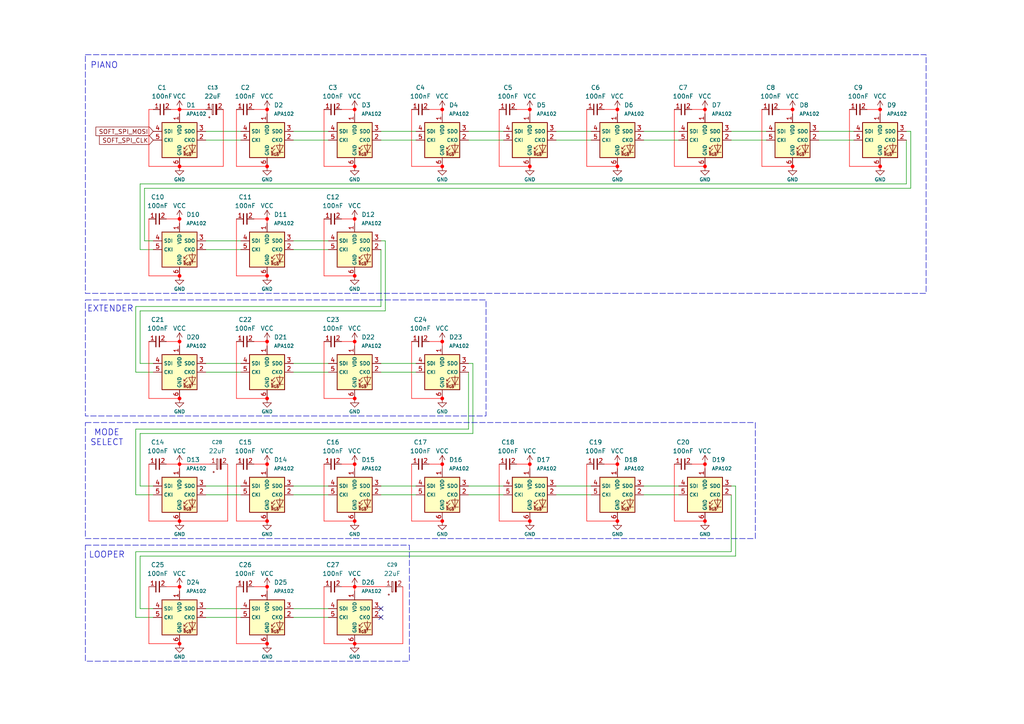
<source format=kicad_sch>
(kicad_sch (version 20250114) (generator "eeschema") (generator_version "9.0")
  (paper "A4")
  (lib_symbols
    (symbol "Symbols:APA102 LED"
      (property "Reference" "D" (at 2.032 8.636 0))
      (property "Value" "APA102" (at 4.318 6.604 0))
      (symbol "APA102 LED_0_0"
        (text "RGB" (at 2.286 -4.191 0) (effects (font (size 0.762 0.762))))
      )
      (symbol "APA102 LED_0_1"
        (rectangle (start -5.08 5.08) (end 5.08 -5.08) (stroke (width 0.254)) (fill (type background)))
        (polyline (pts (xy 1.27 -2.54) (xy 1.778 -2.54)))
        (polyline (pts (xy 1.27 -3.556) (xy 1.778 -3.556)))
        (polyline (pts (xy 2.286 -1.524) (xy 1.27 -2.54) (xy 1.27 -2.032)))
        (polyline (pts (xy 2.286 -2.54) (xy 1.27 -3.556) (xy 1.27 -3.048)))
        (polyline (pts (xy 3.683 -1.016) (xy 3.683 -3.556) (xy 3.683 -4.064)))
        (polyline (pts (xy 4.699 -1.524) (xy 2.667 -1.524) (xy 3.683 -3.556) (xy 4.699 -1.524)))
        (polyline (pts (xy 4.699 -3.556) (xy 2.667 -3.556)))
      )
      (symbol "APA102 LED_1_1"
        (pin input line (at -7.62 2.54 0) (length 2.54) (name "SDI") (number "4"))
        (pin input line (at -7.62 0 0) (length 2.54) (name "CKI") (number "5"))
        (pin power_in line (at 0 7.62 270) (length 2.54) (name "VDD") (number "1"))
        (pin power_in line (at 0 -7.62 90) (length 2.54) (name "GND") (number "6"))
        (pin output line (at 7.62 2.54 180) (length 2.54) (name "SDO") (number "3"))
        (pin output line (at 7.62 0 180) (length 2.54) (name "CKO") (number "2"))
      )
    )
    (symbol "Symbols:Capacitor 0603"
      (property "Reference" "C" (at -3.048 0 90))
      (symbol "Capacitor 0603_0_1"
        (polyline (pts (xy -1.524 0.508) (xy 1.524 0.508)) (stroke (width 0.3048)))
        (polyline (pts (xy -1.524 -0.508) (xy 1.524 -0.508)) (stroke (width 0.3302)))
      )
      (symbol "Capacitor 0603_1_1"
        (pin passive line (at 0 2.54 270) (length 2.032) (name "~") (number "1"))
        (pin passive line (at 0 -2.54 90) (length 2.032) (name "~") (number "2"))
      )
    )
    (symbol "Symbols:Capacitor Electrolytic"
      (property "Reference" "C" (at -3.302 0 90))
      (symbol "Capacitor Electrolytic_0_1"
        (polyline (pts (xy -2.54 1.524) (xy -2.032 1.524)))
        (polyline (pts (xy -2.286 1.27) (xy -2.286 1.778)))
        (rectangle (start -1.524 0.6858) (end 1.524 0.3048))
        (rectangle (start -1.524 -0.3048) (end 1.524 -0.6858) (fill (type outline)))
      )
      (symbol "Capacitor Electrolytic_1_1"
        (pin passive line (at 0 2.54 270) (length 1.8542) (name "~") (number "1"))
        (pin passive line (at 0 -2.54 90) (length 1.8542) (name "~") (number "2"))
      )
    )
    (symbol "Symbols:GND" (power) (pin_numbers (hide yes)) (pin_names (hide yes))
      (property "Value" "GND" (at 0 -3.302 0))
      (symbol "GND_0_1"
        (polyline (pts (xy 0 0) (xy 0 -1.27) (xy 1.27 -1.27) (xy 0 -2.54) (xy -1.27 -1.27) (xy 0 -1.27)))
      )
      (symbol "GND_1_1"
        (pin power_in line (at 0 0 270) (length 0) (name "~") (number ""))
      )
    )
    (symbol "Symbols:VCC" (power) (pin_numbers (hide yes)) (pin_names (hide yes))
      (property "Value" "VCC" (at 0 3.81 0))
      (symbol "VCC_0_1"
        (polyline (pts (xy -0.762 1.27) (xy 0 2.54)))
        (polyline (pts (xy 0 2.54) (xy 0.762 1.27)))
        (polyline (pts (xy 0 0) (xy 0 2.54)))
      )
      (symbol "VCC_1_1"
        (pin power_in line (at 0 0 90) (length 0) (name "~") (number ""))
      )
    )
  )
  (rectangle (start 24.765 86.995) (end 140.97 120.65) (stroke (width 0) (type dash)))
  (rectangle (start 24.765 15.875) (end 268.605 85.09) (stroke (width 0) (type dash)))
  (rectangle (start 24.765 122.555) (end 219.075 156.21) (stroke (width 0) (type dash)))
  (rectangle (start 24.765 158.115) (end 118.745 191.77) (stroke (width 0) (type dash)))
  (text "MODE\nSELECT" (at 30.988 127 0) (effects (font (size 1.778 1.778))))
  (text "EXTENDER" (at 32.004 89.662 0) (effects (font (size 1.778 1.778))))
  (text "LOOPER\n" (at 30.988 161.036 0) (effects (font (size 1.778 1.778))))
  (text "PIANO" (at 30.226 19.05 0) (effects (font (size 1.778 1.778))))
  (junction (at 102.87 80.01) (color 255 0 0 1))
  (junction (at 102.87 31.75) (color 255 0 0 1))
  (junction (at 204.47 31.75) (color 255 0 0 1))
  (junction (at 77.47 48.26) (color 255 0 0 1))
  (junction (at 128.27 99.06) (color 255 0 0 1))
  (junction (at 52.07 170.18) (color 255 0 0 1))
  (junction (at 128.27 31.75) (color 255 0 0 1))
  (junction (at 204.47 134.62) (color 255 0 0 1))
  (junction (at 153.67 134.62) (color 255 0 0 1))
  (junction (at 179.07 48.26) (color 255 0 0 1))
  (junction (at 229.87 48.26) (color 255 0 0 1))
  (junction (at 52.07 31.75) (color 255 0 0 1))
  (junction (at 52.07 48.26) (color 255 0 0 1))
  (junction (at 102.87 151.13) (color 255 0 0 1))
  (junction (at 255.27 48.26) (color 255 0 0 1))
  (junction (at 77.47 115.57) (color 255 0 0 1))
  (junction (at 255.27 31.75) (color 255 0 0 1))
  (junction (at 153.67 48.26) (color 255 0 0 1))
  (junction (at 77.47 31.75) (color 255 0 0 1))
  (junction (at 179.07 31.75) (color 255 0 0 1))
  (junction (at 153.67 31.75) (color 255 0 0 1))
  (junction (at 204.47 151.13) (color 255 0 0 1))
  (junction (at 52.07 115.57) (color 255 0 0 1))
  (junction (at 204.47 48.26) (color 255 0 0 1))
  (junction (at 102.87 115.57) (color 255 0 0 1))
  (junction (at 128.27 115.57) (color 255 0 0 1))
  (junction (at 128.27 151.13) (color 255 0 0 1))
  (junction (at 179.07 151.13) (color 255 0 0 1))
  (junction (at 77.47 99.06) (color 255 0 0 1))
  (junction (at 77.47 134.62) (color 255 0 0 1))
  (junction (at 128.27 134.62) (color 255 0 0 1))
  (junction (at 52.07 186.69) (color 255 0 0 1))
  (junction (at 77.47 186.69) (color 255 0 0 1))
  (junction (at 52.07 99.06) (color 255 0 0 1))
  (junction (at 52.07 151.13) (color 255 0 0 1))
  (junction (at 77.47 63.5) (color 255 0 0 1))
  (junction (at 153.67 151.13) (color 255 0 0 1))
  (junction (at 102.87 48.26) (color 255 0 0 1))
  (junction (at 77.47 170.18) (color 255 0 0 1))
  (junction (at 102.87 186.69) (color 255 0 0 1))
  (junction (at 52.07 134.62) (color 255 0 0 1))
  (junction (at 229.87 31.75) (color 255 0 0 1))
  (junction (at 102.87 63.5) (color 255 0 0 1))
  (junction (at 102.87 99.06) (color 255 0 0 1))
  (junction (at 102.87 134.62) (color 255 0 0 1))
  (junction (at 128.27 48.26) (color 255 0 0 1))
  (junction (at 52.07 80.01) (color 255 0 0 1))
  (junction (at 179.07 134.62) (color 255 0 0 1))
  (junction (at 102.87 170.18) (color 255 0 0 1))
  (junction (at 77.47 80.01) (color 255 0 0 1))
  (junction (at 77.47 151.13) (color 255 0 0 1))
  (junction (at 52.07 63.5) (color 255 0 0 1))
  (no_connect (at 110.49 176.53))
  (no_connect (at 110.49 179.07))
  (wire (pts (xy 179.07 31.75) (xy 175.26 31.75)) (stroke (width 0) (color 255 0 0 1)))
  (wire (pts (xy 264.16 38.1) (xy 262.89 38.1)))
  (wire (pts (xy 116.84 186.69) (xy 116.84 170.18)) (stroke (width 0) (color 255 0 0 1)))
  (wire (pts (xy 179.07 135.89) (xy 179.07 134.62)) (stroke (width 0) (color 255 0 0 1)))
  (wire (pts (xy 77.47 100.33) (xy 77.47 99.06)) (stroke (width 0) (color 255 0 0 1)))
  (wire (pts (xy 64.77 48.26) (xy 64.77 31.75)) (stroke (width 0) (color 255 0 0 1)))
  (wire (pts (xy 59.69 176.53) (xy 69.85 176.53)))
  (wire (pts (xy 204.47 134.62) (xy 200.66 134.62)) (stroke (width 0) (color 255 0 0 1)))
  (wire (pts (xy 43.18 31.75) (xy 44.45 31.75)) (stroke (width 0) (color 255 0 0 1)))
  (wire (pts (xy 52.07 100.33) (xy 52.07 99.06)) (stroke (width 0) (color 255 0 0 1)))
  (wire (pts (xy 68.58 80.01) (xy 77.47 80.01)) (stroke (width 0) (color 255 0 0 1)))
  (wire (pts (xy 40.64 72.39) (xy 44.45 72.39)))
  (wire (pts (xy 186.69 143.51) (xy 196.85 143.51)))
  (wire (pts (xy 77.47 64.77) (xy 77.47 63.5)) (stroke (width 0) (color 255 0 0 1)))
  (wire (pts (xy 128.27 33.02) (xy 128.27 31.75)) (stroke (width 0) (color 255 0 0 1)))
  (wire (pts (xy 144.78 31.75) (xy 144.78 48.26)) (stroke (width 0) (color 255 0 0 1)))
  (wire (pts (xy 59.69 143.51) (xy 69.85 143.51)))
  (wire (pts (xy 40.64 125.73) (xy 40.64 140.97)))
  (wire (pts (xy 102.87 134.62) (xy 99.06 134.62)) (stroke (width 0) (color 255 0 0 1)))
  (wire (pts (xy 85.09 179.07) (xy 95.25 179.07)))
  (wire (pts (xy 77.47 33.02) (xy 77.47 31.75)) (stroke (width 0) (color 255 0 0 1)))
  (wire (pts (xy 229.87 33.02) (xy 229.87 31.75)) (stroke (width 0) (color 255 0 0 1)))
  (wire (pts (xy 93.98 80.01) (xy 102.87 80.01)) (stroke (width 0) (color 255 0 0 1)))
  (wire (pts (xy 77.47 171.45) (xy 77.47 170.18)) (stroke (width 0) (color 255 0 0 1)))
  (wire (pts (xy 43.18 151.13) (xy 52.07 151.13)) (stroke (width 0) (color 255 0 0 1)))
  (wire (pts (xy 128.27 99.06) (xy 124.46 99.06)) (stroke (width 0) (color 255 0 0 1)))
  (wire (pts (xy 144.78 48.26) (xy 153.67 48.26)) (stroke (width 0) (color 255 0 0 1)))
  (wire (pts (xy 68.58 151.13) (xy 77.47 151.13)) (stroke (width 0) (color 255 0 0 1)))
  (wire (pts (xy 110.49 143.51) (xy 120.65 143.51)))
  (wire (pts (xy 102.87 63.5) (xy 99.06 63.5)) (stroke (width 0) (color 255 0 0 1)))
  (wire (pts (xy 66.04 151.13) (xy 66.04 134.62)) (stroke (width 0) (color 255 0 0 1)))
  (wire (pts (xy 102.87 170.18) (xy 111.76 170.18)) (stroke (width 0) (color 255 0 0 1)))
  (wire (pts (xy 195.58 31.75) (xy 195.58 48.26)) (stroke (width 0) (color 255 0 0 1)))
  (wire (pts (xy 93.98 31.75) (xy 93.98 48.26)) (stroke (width 0) (color 255 0 0 1)))
  (wire (pts (xy 128.27 31.75) (xy 124.46 31.75)) (stroke (width 0) (color 255 0 0 1)))
  (wire (pts (xy 144.78 134.62) (xy 144.78 151.13)) (stroke (width 0) (color 255 0 0 1)))
  (wire (pts (xy 85.09 140.97) (xy 95.25 140.97)))
  (wire (pts (xy 59.69 38.1) (xy 69.85 38.1)))
  (wire (pts (xy 52.07 170.18) (xy 48.26 170.18)) (stroke (width 0) (color 255 0 0 1)))
  (wire (pts (xy 179.07 33.02) (xy 179.07 31.75)) (stroke (width 0) (color 255 0 0 1)))
  (wire (pts (xy 77.47 31.75) (xy 73.66 31.75)) (stroke (width 0) (color 255 0 0 1)))
  (wire (pts (xy 39.37 160.02) (xy 39.37 179.07)))
  (wire (pts (xy 52.07 99.06) (xy 48.26 99.06)) (stroke (width 0) (color 255 0 0 1)))
  (wire (pts (xy 52.07 31.75) (xy 52.07 33.02)) (stroke (width 0) (color 255 0 0 1)))
  (wire (pts (xy 40.64 161.29) (xy 213.36 161.29)))
  (wire (pts (xy 93.98 151.13) (xy 102.87 151.13)) (stroke (width 0) (color 255 0 0 1)))
  (wire (pts (xy 77.47 135.89) (xy 77.47 134.62)) (stroke (width 0) (color 255 0 0 1)))
  (wire (pts (xy 153.67 31.75) (xy 149.86 31.75)) (stroke (width 0) (color 255 0 0 1)))
  (wire (pts (xy 220.98 31.75) (xy 220.98 48.26)) (stroke (width 0) (color 255 0 0 1)))
  (wire (pts (xy 44.45 69.85) (xy 41.91 69.85)))
  (wire (pts (xy 85.09 38.1) (xy 95.25 38.1)))
  (wire (pts (xy 246.38 31.75) (xy 246.38 48.26)) (stroke (width 0) (color 255 0 0 1)))
  (wire (pts (xy 59.69 179.07) (xy 69.85 179.07)))
  (wire (pts (xy 119.38 48.26) (xy 128.27 48.26)) (stroke (width 0) (color 255 0 0 1)))
  (wire (pts (xy 102.87 100.33) (xy 102.87 99.06)) (stroke (width 0) (color 255 0 0 1)))
  (wire (pts (xy 93.98 115.57) (xy 102.87 115.57)) (stroke (width 0) (color 255 0 0 1)))
  (wire (pts (xy 212.09 160.02) (xy 212.09 143.51)))
  (wire (pts (xy 119.38 134.62) (xy 119.38 151.13)) (stroke (width 0) (color 255 0 0 1)))
  (wire (pts (xy 237.49 40.64) (xy 247.65 40.64)))
  (wire (pts (xy 102.87 33.02) (xy 102.87 31.75)) (stroke (width 0) (color 255 0 0 1)))
  (wire (pts (xy 144.78 151.13) (xy 153.67 151.13)) (stroke (width 0) (color 255 0 0 1)))
  (wire (pts (xy 102.87 171.45) (xy 102.87 170.18)) (stroke (width 0) (color 255 0 0 1)))
  (wire (pts (xy 110.49 72.39) (xy 110.49 88.9)))
  (wire (pts (xy 119.38 31.75) (xy 119.38 48.26)) (stroke (width 0) (color 255 0 0 1)))
  (wire (pts (xy 213.36 140.97) (xy 213.36 161.29)))
  (wire (pts (xy 262.89 40.64) (xy 262.89 53.34)))
  (wire (pts (xy 135.89 124.46) (xy 135.89 107.95)))
  (wire (pts (xy 102.87 31.75) (xy 99.06 31.75)) (stroke (width 0) (color 255 0 0 1)))
  (wire (pts (xy 212.09 38.1) (xy 222.25 38.1)))
  (wire (pts (xy 186.69 40.64) (xy 196.85 40.64)))
  (wire (pts (xy 264.16 54.61) (xy 264.16 38.1)))
  (wire (pts (xy 40.64 90.17) (xy 111.76 90.17)))
  (wire (pts (xy 170.18 151.13) (xy 179.07 151.13)) (stroke (width 0) (color 255 0 0 1)))
  (wire (pts (xy 52.07 171.45) (xy 52.07 170.18)) (stroke (width 0) (color 255 0 0 1)))
  (wire (pts (xy 40.64 105.41) (xy 44.45 105.41)))
  (wire (pts (xy 255.27 31.75) (xy 251.46 31.75)) (stroke (width 0) (color 255 0 0 1)))
  (wire (pts (xy 237.49 38.1) (xy 247.65 38.1)))
  (wire (pts (xy 195.58 134.62) (xy 195.58 151.13)) (stroke (width 0) (color 255 0 0 1)))
  (wire (pts (xy 246.38 48.26) (xy 255.27 48.26)) (stroke (width 0) (color 255 0 0 1)))
  (wire (pts (xy 135.89 143.51) (xy 146.05 143.51)))
  (wire (pts (xy 43.18 134.62) (xy 43.18 151.13)) (stroke (width 0) (color 255 0 0 1)))
  (wire (pts (xy 68.58 31.75) (xy 68.58 48.26)) (stroke (width 0) (color 255 0 0 1)))
  (wire (pts (xy 52.07 64.77) (xy 52.07 63.5)) (stroke (width 0) (color 255 0 0 1)))
  (wire (pts (xy 68.58 170.18) (xy 68.58 186.69)) (stroke (width 0) (color 255 0 0 1)))
  (wire (pts (xy 262.89 53.34) (xy 40.64 53.34)))
  (wire (pts (xy 93.98 134.62) (xy 93.98 151.13)) (stroke (width 0) (color 255 0 0 1)))
  (wire (pts (xy 77.47 63.5) (xy 73.66 63.5)) (stroke (width 0) (color 255 0 0 1)))
  (wire (pts (xy 220.98 48.26) (xy 229.87 48.26)) (stroke (width 0) (color 255 0 0 1)))
  (wire (pts (xy 40.64 176.53) (xy 44.45 176.53)))
  (wire (pts (xy 119.38 151.13) (xy 128.27 151.13)) (stroke (width 0) (color 255 0 0 1)))
  (wire (pts (xy 59.69 105.41) (xy 69.85 105.41)))
  (wire (pts (xy 85.09 107.95) (xy 95.25 107.95)))
  (wire (pts (xy 161.29 143.51) (xy 171.45 143.51)))
  (wire (pts (xy 41.91 69.85) (xy 41.91 54.61)))
  (wire (pts (xy 85.09 72.39) (xy 95.25 72.39)))
  (wire (pts (xy 135.89 38.1) (xy 146.05 38.1)))
  (wire (pts (xy 43.18 31.75) (xy 43.18 48.26)) (stroke (width 0) (color 255 0 0 1)))
  (wire (pts (xy 39.37 143.51) (xy 44.45 143.51)))
  (wire (pts (xy 119.38 99.06) (xy 119.38 115.57)) (stroke (width 0) (color 255 0 0 1)))
  (wire (pts (xy 39.37 124.46) (xy 135.89 124.46)))
  (wire (pts (xy 93.98 170.18) (xy 93.98 186.69)) (stroke (width 0) (color 255 0 0 1)))
  (wire (pts (xy 52.07 134.62) (xy 48.26 134.62)) (stroke (width 0) (color 255 0 0 1)))
  (wire (pts (xy 204.47 135.89) (xy 204.47 134.62)) (stroke (width 0) (color 255 0 0 1)))
  (wire (pts (xy 186.69 140.97) (xy 196.85 140.97)))
  (wire (pts (xy 186.69 38.1) (xy 196.85 38.1)))
  (wire (pts (xy 255.27 33.02) (xy 255.27 31.75)) (stroke (width 0) (color 255 0 0 1)))
  (wire (pts (xy 195.58 48.26) (xy 204.47 48.26)) (stroke (width 0) (color 255 0 0 1)))
  (wire (pts (xy 195.58 151.13) (xy 204.47 151.13)) (stroke (width 0) (color 255 0 0 1)))
  (wire (pts (xy 93.98 63.5) (xy 93.98 80.01)) (stroke (width 0) (color 255 0 0 1)))
  (wire (pts (xy 52.07 31.75) (xy 59.69 31.75)) (stroke (width 0) (color 255 0 0 1)))
  (wire (pts (xy 102.87 99.06) (xy 99.06 99.06)) (stroke (width 0) (color 255 0 0 1)))
  (wire (pts (xy 43.18 48.26) (xy 52.07 48.26)) (stroke (width 0) (color 255 0 0 1)))
  (wire (pts (xy 161.29 140.97) (xy 171.45 140.97)))
  (wire (pts (xy 39.37 124.46) (xy 39.37 143.51)))
  (wire (pts (xy 170.18 134.62) (xy 170.18 151.13)) (stroke (width 0) (color 255 0 0 1)))
  (wire (pts (xy 59.69 72.39) (xy 69.85 72.39)))
  (wire (pts (xy 110.49 107.95) (xy 120.65 107.95)))
  (wire (pts (xy 39.37 107.95) (xy 44.45 107.95)))
  (wire (pts (xy 77.47 170.18) (xy 73.66 170.18)) (stroke (width 0) (color 255 0 0 1)))
  (wire (pts (xy 137.16 105.41) (xy 137.16 125.73)))
  (wire (pts (xy 128.27 135.89) (xy 128.27 134.62)) (stroke (width 0) (color 255 0 0 1)))
  (wire (pts (xy 49.53 31.75) (xy 52.07 31.75)) (stroke (width 0) (color 255 0 0 1)))
  (wire (pts (xy 40.64 53.34) (xy 40.64 72.39)))
  (wire (pts (xy 52.07 151.13) (xy 66.04 151.13)) (stroke (width 0) (color 255 0 0 1)))
  (wire (pts (xy 102.87 186.69) (xy 116.84 186.69)) (stroke (width 0) (color 255 0 0 1)))
  (wire (pts (xy 59.69 40.64) (xy 69.85 40.64)))
  (wire (pts (xy 212.09 40.64) (xy 222.25 40.64)))
  (wire (pts (xy 204.47 31.75) (xy 200.66 31.75)) (stroke (width 0) (color 255 0 0 1)))
  (wire (pts (xy 85.09 105.41) (xy 95.25 105.41)))
  (wire (pts (xy 153.67 135.89) (xy 153.67 134.62)) (stroke (width 0) (color 255 0 0 1)))
  (wire (pts (xy 52.07 134.62) (xy 60.96 134.62)) (stroke (width 0) (color 255 0 0 1)))
  (wire (pts (xy 110.49 40.64) (xy 120.65 40.64)))
  (wire (pts (xy 102.87 135.89) (xy 102.87 134.62)) (stroke (width 0) (color 255 0 0 1)))
  (wire (pts (xy 153.67 33.02) (xy 153.67 31.75)) (stroke (width 0) (color 255 0 0 1)))
  (wire (pts (xy 68.58 99.06) (xy 68.58 115.57)) (stroke (width 0) (color 255 0 0 1)))
  (wire (pts (xy 93.98 99.06) (xy 93.98 115.57)) (stroke (width 0) (color 255 0 0 1)))
  (wire (pts (xy 85.09 40.64) (xy 95.25 40.64)))
  (wire (pts (xy 153.67 134.62) (xy 149.86 134.62)) (stroke (width 0) (color 255 0 0 1)))
  (wire (pts (xy 59.69 69.85) (xy 69.85 69.85)))
  (wire (pts (xy 161.29 40.64) (xy 171.45 40.64)))
  (wire (pts (xy 110.49 105.41) (xy 120.65 105.41)))
  (wire (pts (xy 128.27 134.62) (xy 124.46 134.62)) (stroke (width 0) (color 255 0 0 1)))
  (wire (pts (xy 43.18 63.5) (xy 43.18 80.01)) (stroke (width 0) (color 255 0 0 1)))
  (wire (pts (xy 77.47 134.62) (xy 73.66 134.62)) (stroke (width 0) (color 255 0 0 1)))
  (wire (pts (xy 43.18 99.06) (xy 43.18 115.57)) (stroke (width 0) (color 255 0 0 1)))
  (wire (pts (xy 102.87 64.77) (xy 102.87 63.5)) (stroke (width 0) (color 255 0 0 1)))
  (wire (pts (xy 39.37 88.9) (xy 39.37 107.95)))
  (wire (pts (xy 43.18 170.18) (xy 43.18 186.69)) (stroke (width 0) (color 255 0 0 1)))
  (wire (pts (xy 43.18 186.69) (xy 52.07 186.69)) (stroke (width 0) (color 255 0 0 1)))
  (wire (pts (xy 52.07 135.89) (xy 52.07 134.62)) (stroke (width 0) (color 255 0 0 1)))
  (wire (pts (xy 52.07 48.26) (xy 64.77 48.26)) (stroke (width 0) (color 255 0 0 1)))
  (wire (pts (xy 68.58 48.26) (xy 77.47 48.26)) (stroke (width 0) (color 255 0 0 1)))
  (wire (pts (xy 68.58 63.5) (xy 68.58 80.01)) (stroke (width 0) (color 255 0 0 1)))
  (wire (pts (xy 59.69 107.95) (xy 69.85 107.95)))
  (wire (pts (xy 41.91 54.61) (xy 264.16 54.61)))
  (wire (pts (xy 68.58 186.69) (xy 77.47 186.69)) (stroke (width 0) (color 255 0 0 1)))
  (wire (pts (xy 43.18 115.57) (xy 52.07 115.57)) (stroke (width 0) (color 255 0 0 1)))
  (wire (pts (xy 43.18 80.01) (xy 52.07 80.01)) (stroke (width 0) (color 255 0 0 1)))
  (wire (pts (xy 40.64 90.17) (xy 40.64 105.41)))
  (wire (pts (xy 40.64 140.97) (xy 44.45 140.97)))
  (wire (pts (xy 135.89 105.41) (xy 137.16 105.41)))
  (wire (pts (xy 85.09 69.85) (xy 95.25 69.85)))
  (wire (pts (xy 110.49 69.85) (xy 111.76 69.85)))
  (wire (pts (xy 68.58 134.62) (xy 68.58 151.13)) (stroke (width 0) (color 255 0 0 1)))
  (wire (pts (xy 93.98 48.26) (xy 102.87 48.26)) (stroke (width 0) (color 255 0 0 1)))
  (wire (pts (xy 128.27 100.33) (xy 128.27 99.06)) (stroke (width 0) (color 255 0 0 1)))
  (wire (pts (xy 135.89 40.64) (xy 146.05 40.64)))
  (wire (pts (xy 204.47 33.02) (xy 204.47 31.75)) (stroke (width 0) (color 255 0 0 1)))
  (wire (pts (xy 229.87 31.75) (xy 226.06 31.75)) (stroke (width 0) (color 255 0 0 1)))
  (wire (pts (xy 39.37 179.07) (xy 44.45 179.07)))
  (wire (pts (xy 85.09 143.51) (xy 95.25 143.51)))
  (wire (pts (xy 52.07 63.5) (xy 48.26 63.5)) (stroke (width 0) (color 255 0 0 1)))
  (wire (pts (xy 102.87 170.18) (xy 99.06 170.18)) (stroke (width 0) (color 255 0 0 1)))
  (wire (pts (xy 77.47 99.06) (xy 73.66 99.06)) (stroke (width 0) (color 255 0 0 1)))
  (wire (pts (xy 68.58 115.57) (xy 77.47 115.57)) (stroke (width 0) (color 255 0 0 1)))
  (wire (pts (xy 135.89 140.97) (xy 146.05 140.97)))
  (wire (pts (xy 170.18 31.75) (xy 170.18 48.26)) (stroke (width 0) (color 255 0 0 1)))
  (wire (pts (xy 40.64 161.29) (xy 40.64 176.53)))
  (wire (pts (xy 119.38 115.57) (xy 128.27 115.57)) (stroke (width 0) (color 255 0 0 1)))
  (wire (pts (xy 93.98 186.69) (xy 102.87 186.69)) (stroke (width 0) (color 255 0 0 1)))
  (wire (pts (xy 111.76 69.85) (xy 111.76 90.17)))
  (wire (pts (xy 179.07 134.62) (xy 175.26 134.62)) (stroke (width 0) (color 255 0 0 1)))
  (wire (pts (xy 39.37 160.02) (xy 212.09 160.02)))
  (wire (pts (xy 161.29 38.1) (xy 171.45 38.1)))
  (wire (pts (xy 170.18 48.26) (xy 179.07 48.26)) (stroke (width 0) (color 255 0 0 1)))
  (wire (pts (xy 110.49 140.97) (xy 120.65 140.97)))
  (wire (pts (xy 85.09 176.53) (xy 95.25 176.53)))
  (wire (pts (xy 59.69 140.97) (xy 69.85 140.97)))
  (wire (pts (xy 110.49 88.9) (xy 39.37 88.9)))
  (wire (pts (xy 40.64 125.73) (xy 137.16 125.73)))
  (wire (pts (xy 110.49 38.1) (xy 120.65 38.1)))
  (wire (pts (xy 212.09 140.97) (xy 213.36 140.97)))
  (global_label "SOFT_SPI_MOSI" (shape input) (at 44.45 38.1 180) (property "Intersheetrefs" "${INTERSHEET_REFS}" (effects (hide yes))))
  (global_label "SOFT_SPI_CLK" (shape input) (at 44.45 40.64 180) (property "Intersheetrefs" "${INTERSHEET_REFS}" (effects (hide yes))))
  (symbol (lib_id "Symbols:VCC") (at 52.07 134.62 0) (unit 1)
    (property "Reference" "#PWR025" (effects (hide yes)))
    (property "Value" "VCC" (at 52.07 130.81 0))
  )
  (symbol (lib_id "Symbols:Capacitor Electrolytic") (at 114.3 170.18 90) (unit 1)
    (property "Reference" "C29" (at 113.7539 163.83 90) (effects (font (size 1.016 1.016))))
    (property "Value" "22uF" (at 113.7539 166.37 90))
  )
  (symbol (lib_id "Symbols:GND") (at 204.47 48.26 0) (unit 1)
    (property "Reference" "#PWR014" (effects (hide yes)))
    (property "Value" "GND" (at 204.47 52.07 0) (effects (font (size 1.016 1.016))))
  )
  (symbol (lib_id "Symbols:VCC") (at 77.47 31.75 0) (unit 1)
    (property "Reference" "#PWR08" (effects (hide yes)))
    (property "Value" "VCC" (at 77.47 27.94 0))
  )
  (symbol (lib_id "Symbols:APA102 LED") (at 52.07 179.07 0) (unit 1)
    (property "Reference" "D24" (at 54.0386 168.91 0) (effects (justify left)))
    (property "Value" "APA102" (at 54.0386 171.45 0) (effects (font (size 1.016 1.016)) (justify left)))
  )
  (symbol (lib_id "Symbols:APA102 LED") (at 128.27 143.51 0) (unit 1)
    (property "Reference" "D16" (at 130.2386 133.35 0) (effects (justify left)))
    (property "Value" "APA102" (at 130.2386 135.89 0) (effects (font (size 1.016 1.016)) (justify left)))
  )
  (symbol (lib_id "Symbols:VCC") (at 204.47 134.62 0) (unit 1)
    (property "Reference" "#PWR037" (effects (hide yes)))
    (property "Value" "VCC" (at 204.47 130.81 0))
  )
  (symbol (lib_id "Symbols:GND") (at 128.27 115.57 0) (unit 1)
    (property "Reference" "#PWR046" (effects (hide yes)))
    (property "Value" "GND" (at 128.27 119.38 0) (effects (font (size 1.016 1.016))))
  )
  (symbol (lib_id "Symbols:VCC") (at 179.07 31.75 0) (unit 1)
    (property "Reference" "#PWR011" (effects (hide yes)))
    (property "Value" "VCC" (at 179.07 27.94 0))
  )
  (symbol (lib_id "Symbols:VCC") (at 102.87 99.06 0) (unit 1)
    (property "Reference" "#PWR043" (effects (hide yes)))
    (property "Value" "VCC" (at 102.87 95.25 0))
  )
  (symbol (lib_id "Symbols:APA102 LED") (at 153.67 143.51 0) (unit 1)
    (property "Reference" "D17" (at 155.6386 133.35 0) (effects (justify left)))
    (property "Value" "APA102" (at 155.6386 135.89 0) (effects (font (size 1.016 1.016)) (justify left)))
  )
  (symbol (lib_id "Symbols:APA102 LED") (at 153.67 40.64 0) (unit 1)
    (property "Reference" "D5" (at 155.6386 30.48 0) (effects (justify left)))
    (property "Value" "APA102" (at 155.6386 33.02 0) (effects (font (size 1.016 1.016)) (justify left)))
  )
  (symbol (lib_id "Symbols:VCC") (at 52.07 31.75 0) (unit 1)
    (property "Reference" "#PWR07" (effects (hide yes)))
    (property "Value" "VCC" (at 52.07 27.94 0))
  )
  (symbol (lib_id "Symbols:VCC") (at 179.07 134.62 0) (unit 1)
    (property "Reference" "#PWR035" (effects (hide yes)))
    (property "Value" "VCC" (at 179.07 130.81 0))
  )
  (symbol (lib_id "Symbols:GND") (at 153.67 48.26 0) (unit 1)
    (property "Reference" "#PWR06" (effects (hide yes)))
    (property "Value" "GND" (at 153.67 52.07 0) (effects (font (size 1.016 1.016))))
  )
  (symbol (lib_id "Symbols:Capacitor 0603") (at 121.92 134.62 90) (unit 1)
    (property "Reference" "C17" (at 121.9263 128.27 90))
    (property "Value" "100nF" (at 121.9263 130.81 90))
  )
  (symbol (lib_id "Symbols:Capacitor 0603") (at 46.99 31.75 90) (unit 1)
    (property "Reference" "C1" (at 46.9963 25.4 90))
    (property "Value" "100nF" (at 46.9963 27.94 90))
  )
  (symbol (lib_id "Symbols:APA102 LED") (at 77.47 72.39 0) (unit 1)
    (property "Reference" "D11" (at 79.4386 62.23 0) (effects (justify left)))
    (property "Value" "APA102" (at 79.4386 64.77 0) (effects (font (size 1.016 1.016)) (justify left)))
  )
  (symbol (lib_id "Symbols:GND") (at 52.07 186.69 0) (unit 1)
    (property "Reference" "#PWR048" (effects (hide yes)))
    (property "Value" "GND" (at 52.07 190.5 0) (effects (font (size 1.016 1.016))))
  )
  (symbol (lib_id "Symbols:GND") (at 102.87 80.01 0) (unit 1)
    (property "Reference" "#PWR024" (effects (hide yes)))
    (property "Value" "GND" (at 102.87 83.82 0) (effects (font (size 1.016 1.016))))
  )
  (symbol (lib_id "Symbols:VCC") (at 102.87 134.62 0) (unit 1)
    (property "Reference" "#PWR029" (effects (hide yes)))
    (property "Value" "VCC" (at 102.87 130.81 0))
  )
  (symbol (lib_id "Symbols:APA102 LED") (at 128.27 107.95 0) (unit 1)
    (property "Reference" "D23" (at 130.2386 97.79 0) (effects (justify left)))
    (property "Value" "APA102" (at 130.2386 100.33 0) (effects (font (size 1.016 1.016)) (justify left)))
  )
  (symbol (lib_id "Symbols:APA102 LED") (at 229.87 40.64 0) (unit 1)
    (property "Reference" "D8" (at 231.8386 30.48 0) (effects (justify left)))
    (property "Value" "APA102" (at 231.8386 33.02 0) (effects (font (size 1.016 1.016)) (justify left)))
  )
  (symbol (lib_id "Symbols:Capacitor 0603") (at 96.52 63.5 90) (unit 1)
    (property "Reference" "C12" (at 96.5263 57.15 90))
    (property "Value" "100nF" (at 96.5263 59.69 90))
  )
  (symbol (lib_id "Symbols:GND") (at 179.07 151.13 0) (unit 1)
    (property "Reference" "#PWR036" (effects (hide yes)))
    (property "Value" "GND" (at 179.07 154.94 0) (effects (font (size 1.016 1.016))))
  )
  (symbol (lib_id "Symbols:Capacitor 0603") (at 248.92 31.75 90) (unit 1)
    (property "Reference" "C9" (at 248.9263 25.4 90))
    (property "Value" "100nF" (at 248.9263 27.94 90))
  )
  (symbol (lib_id "Symbols:VCC") (at 77.47 170.18 0) (unit 1)
    (property "Reference" "#PWR049" (effects (hide yes)))
    (property "Value" "VCC" (at 77.47 166.37 0))
  )
  (symbol (lib_id "Symbols:Capacitor 0603") (at 96.52 31.75 90) (unit 1)
    (property "Reference" "C3" (at 96.5263 25.4 90))
    (property "Value" "100nF" (at 96.5263 27.94 90))
  )
  (symbol (lib_id "Symbols:APA102 LED") (at 128.27 40.64 0) (unit 1)
    (property "Reference" "D4" (at 130.2386 30.48 0) (effects (justify left)))
    (property "Value" "APA102" (at 130.2386 33.02 0) (effects (font (size 1.016 1.016)) (justify left)))
  )
  (symbol (lib_id "Symbols:VCC") (at 102.87 31.75 0) (unit 1)
    (property "Reference" "#PWR09" (effects (hide yes)))
    (property "Value" "VCC" (at 102.87 27.94 0))
  )
  (symbol (lib_id "Symbols:APA102 LED") (at 204.47 143.51 0) (unit 1)
    (property "Reference" "D19" (at 206.4386 133.35 0) (effects (justify left)))
    (property "Value" "APA102" (at 206.4386 135.89 0) (effects (font (size 1.016 1.016)) (justify left)))
  )
  (symbol (lib_id "Symbols:GND") (at 102.87 115.57 0) (unit 1)
    (property "Reference" "#PWR044" (effects (hide yes)))
    (property "Value" "GND" (at 102.87 119.38 0) (effects (font (size 1.016 1.016))))
  )
  (symbol (lib_id "Symbols:Capacitor 0603") (at 223.52 31.75 90) (unit 1)
    (property "Reference" "C8" (at 223.5263 25.4 90))
    (property "Value" "100nF" (at 223.5263 27.94 90))
  )
  (symbol (lib_id "Symbols:APA102 LED") (at 102.87 143.51 0) (unit 1)
    (property "Reference" "D15" (at 104.8386 133.35 0) (effects (justify left)))
    (property "Value" "APA102" (at 104.8386 135.89 0) (effects (font (size 1.016 1.016)) (justify left)))
  )
  (symbol (lib_id "Symbols:Capacitor 0603") (at 45.72 170.18 90) (unit 1)
    (property "Reference" "C25" (at 45.7263 163.83 90))
    (property "Value" "100nF" (at 45.7263 166.37 90))
  )
  (symbol (lib_id "Symbols:APA102 LED") (at 204.47 40.64 0) (unit 1)
    (property "Reference" "D7" (at 206.4386 30.48 0) (effects (justify left)))
    (property "Value" "APA102" (at 206.4386 33.02 0) (effects (font (size 1.016 1.016)) (justify left)))
  )
  (symbol (lib_id "Symbols:GND") (at 52.07 151.13 0) (unit 1)
    (property "Reference" "#PWR026" (effects (hide yes)))
    (property "Value" "GND" (at 52.07 154.94 0) (effects (font (size 1.016 1.016))))
  )
  (symbol (lib_id "Symbols:Capacitor 0603") (at 198.12 31.75 90) (unit 1)
    (property "Reference" "C7" (at 198.1263 25.4 90))
    (property "Value" "100nF" (at 198.1263 27.94 90))
  )
  (symbol (lib_id "Symbols:APA102 LED") (at 179.07 143.51 0) (unit 1)
    (property "Reference" "D18" (at 181.0386 133.35 0) (effects (justify left)))
    (property "Value" "APA102" (at 181.0386 135.89 0) (effects (font (size 1.016 1.016)) (justify left)))
  )
  (symbol (lib_id "Symbols:APA102 LED") (at 52.07 40.64 0) (unit 1)
    (property "Reference" "D1" (at 54.0386 30.48 0) (effects (justify left)))
    (property "Value" "APA102" (at 54.0386 33.02 0) (effects (font (size 1.016 1.016)) (justify left)))
  )
  (symbol (lib_id "Symbols:GND") (at 255.27 48.26 0) (unit 1)
    (property "Reference" "#PWR018" (effects (hide yes)))
    (property "Value" "GND" (at 255.27 52.07 0) (effects (font (size 1.016 1.016))))
  )
  (symbol (lib_id "Symbols:Capacitor 0603") (at 71.12 63.5 90) (unit 1)
    (property "Reference" "C11" (at 71.1263 57.15 90))
    (property "Value" "100nF" (at 71.1263 59.69 90))
  )
  (symbol (lib_id "Symbols:Capacitor 0603") (at 45.72 99.06 90) (unit 1)
    (property "Reference" "C21" (at 45.7263 92.71 90))
    (property "Value" "100nF" (at 45.7263 95.25 90))
  )
  (symbol (lib_id "Symbols:VCC") (at 128.27 99.06 0) (unit 1)
    (property "Reference" "#PWR045" (effects (hide yes)))
    (property "Value" "VCC" (at 128.27 95.25 0))
  )
  (symbol (lib_id "Symbols:Capacitor 0603") (at 71.12 170.18 90) (unit 1)
    (property "Reference" "C26" (at 71.1263 163.83 90))
    (property "Value" "100nF" (at 71.1263 166.37 90))
  )
  (symbol (lib_id "Symbols:VCC") (at 229.87 31.75 0) (unit 1)
    (property "Reference" "#PWR015" (effects (hide yes)))
    (property "Value" "VCC" (at 229.87 27.94 0))
  )
  (symbol (lib_id "Symbols:GND") (at 128.27 151.13 0) (unit 1)
    (property "Reference" "#PWR032" (effects (hide yes)))
    (property "Value" "GND" (at 128.27 154.94 0) (effects (font (size 1.016 1.016))))
  )
  (symbol (lib_id "Symbols:Capacitor 0603") (at 45.72 63.5 90) (unit 1)
    (property "Reference" "C10" (at 45.7263 57.15 90))
    (property "Value" "100nF" (at 45.7263 59.69 90))
  )
  (symbol (lib_id "Symbols:APA102 LED") (at 255.27 40.64 0) (unit 1)
    (property "Reference" "D9" (at 257.2386 30.48 0) (effects (justify left)))
    (property "Value" "APA102" (at 257.2386 33.02 0) (effects (font (size 1.016 1.016)) (justify left)))
  )
  (symbol (lib_id "Symbols:GND") (at 102.87 48.26 0) (unit 1)
    (property "Reference" "#PWR03" (effects (hide yes)))
    (property "Value" "GND" (at 102.87 52.07 0) (effects (font (size 1.016 1.016))))
  )
  (symbol (lib_id "Symbols:Capacitor 0603") (at 121.92 99.06 90) (unit 1)
    (property "Reference" "C24" (at 121.9263 92.71 90))
    (property "Value" "100nF" (at 121.9263 95.25 90))
  )
  (symbol (lib_id "Symbols:APA102 LED") (at 102.87 107.95 0) (unit 1)
    (property "Reference" "D22" (at 104.8386 97.79 0) (effects (justify left)))
    (property "Value" "APA102" (at 104.8386 100.33 0) (effects (font (size 1.016 1.016)) (justify left)))
  )
  (symbol (lib_id "Symbols:GND") (at 77.47 151.13 0) (unit 1)
    (property "Reference" "#PWR028" (effects (hide yes)))
    (property "Value" "GND" (at 77.47 154.94 0) (effects (font (size 1.016 1.016))))
  )
  (symbol (lib_id "Symbols:VCC") (at 153.67 31.75 0) (unit 1)
    (property "Reference" "#PWR05" (effects (hide yes)))
    (property "Value" "VCC" (at 153.67 27.94 0))
  )
  (symbol (lib_id "Symbols:Capacitor 0603") (at 147.32 31.75 90) (unit 1)
    (property "Reference" "C5" (at 147.3263 25.4 90))
    (property "Value" "100nF" (at 147.3263 27.94 90))
  )
  (symbol (lib_id "Symbols:Capacitor Electrolytic") (at 62.23 31.75 90) (unit 1)
    (property "Reference" "C13" (at 61.6839 25.4 90) (effects (font (size 1.016 1.016))))
    (property "Value" "22uF" (at 61.6839 27.94 90))
  )
  (symbol (lib_id "Symbols:Capacitor 0603") (at 71.12 31.75 90) (unit 1)
    (property "Reference" "C2" (at 71.1263 25.4 90))
    (property "Value" "100nF" (at 71.1263 27.94 90))
  )
  (symbol (lib_id "Symbols:APA102 LED") (at 52.07 72.39 0) (unit 1)
    (property "Reference" "D10" (at 54.0386 62.23 0) (effects (justify left)))
    (property "Value" "APA102" (at 54.0386 64.77 0) (effects (font (size 1.016 1.016)) (justify left)))
  )
  (symbol (lib_id "Symbols:GND") (at 77.47 186.69 0) (unit 1)
    (property "Reference" "#PWR050" (effects (hide yes)))
    (property "Value" "GND" (at 77.47 190.5 0) (effects (font (size 1.016 1.016))))
  )
  (symbol (lib_id "Symbols:GND") (at 52.07 115.57 0) (unit 1)
    (property "Reference" "#PWR040" (effects (hide yes)))
    (property "Value" "GND" (at 52.07 119.38 0) (effects (font (size 1.016 1.016))))
  )
  (symbol (lib_id "Symbols:GND") (at 204.47 151.13 0) (unit 1)
    (property "Reference" "#PWR038" (effects (hide yes)))
    (property "Value" "GND" (at 204.47 154.94 0) (effects (font (size 1.016 1.016))))
  )
  (symbol (lib_id "Symbols:APA102 LED") (at 102.87 179.07 0) (unit 1)
    (property "Reference" "D26" (at 104.8386 168.91 0) (effects (justify left)))
    (property "Value" "APA102" (at 104.8386 171.45 0) (effects (font (size 1.016 1.016)) (justify left)))
  )
  (symbol (lib_id "Symbols:GND") (at 52.07 80.01 0) (unit 1)
    (property "Reference" "#PWR020" (effects (hide yes)))
    (property "Value" "GND" (at 52.07 83.82 0) (effects (font (size 1.016 1.016))))
  )
  (symbol (lib_id "Symbols:Capacitor 0603") (at 172.72 31.75 90) (unit 1)
    (property "Reference" "C6" (at 172.7263 25.4 90))
    (property "Value" "100nF" (at 172.7263 27.94 90))
  )
  (symbol (lib_id "Symbols:Capacitor 0603") (at 147.32 134.62 90) (unit 1)
    (property "Reference" "C18" (at 147.3263 128.27 90))
    (property "Value" "100nF" (at 147.3263 130.81 90))
  )
  (symbol (lib_id "Symbols:APA102 LED") (at 77.47 40.64 0) (unit 1)
    (property "Reference" "D2" (at 79.4386 30.48 0) (effects (justify left)))
    (property "Value" "APA102" (at 79.4386 33.02 0) (effects (font (size 1.016 1.016)) (justify left)))
  )
  (symbol (lib_id "Symbols:VCC") (at 77.47 134.62 0) (unit 1)
    (property "Reference" "#PWR027" (effects (hide yes)))
    (property "Value" "VCC" (at 77.47 130.81 0))
  )
  (symbol (lib_id "Symbols:VCC") (at 255.27 31.75 0) (unit 1)
    (property "Reference" "#PWR017" (effects (hide yes)))
    (property "Value" "VCC" (at 255.27 27.94 0))
  )
  (symbol (lib_id "Symbols:VCC") (at 128.27 134.62 0) (unit 1)
    (property "Reference" "#PWR031" (effects (hide yes)))
    (property "Value" "VCC" (at 128.27 130.81 0))
  )
  (symbol (lib_id "Symbols:GND") (at 128.27 48.26 0) (unit 1)
    (property "Reference" "#PWR04" (effects (hide yes)))
    (property "Value" "GND" (at 128.27 52.07 0) (effects (font (size 1.016 1.016))))
  )
  (symbol (lib_id "Symbols:GND") (at 179.07 48.26 0) (unit 1)
    (property "Reference" "#PWR012" (effects (hide yes)))
    (property "Value" "GND" (at 179.07 52.07 0) (effects (font (size 1.016 1.016))))
  )
  (symbol (lib_id "Symbols:Capacitor 0603") (at 71.12 99.06 90) (unit 1)
    (property "Reference" "C22" (at 71.1263 92.71 90))
    (property "Value" "100nF" (at 71.1263 95.25 90))
  )
  (symbol (lib_id "Symbols:VCC") (at 153.67 134.62 0) (unit 1)
    (property "Reference" "#PWR033" (effects (hide yes)))
    (property "Value" "VCC" (at 153.67 130.81 0))
  )
  (symbol (lib_id "Symbols:Capacitor 0603") (at 71.12 134.62 90) (unit 1)
    (property "Reference" "C15" (at 71.1263 128.27 90))
    (property "Value" "100nF" (at 71.1263 130.81 90))
  )
  (symbol (lib_id "Symbols:GND") (at 77.47 80.01 0) (unit 1)
    (property "Reference" "#PWR022" (effects (hide yes)))
    (property "Value" "GND" (at 77.47 83.82 0) (effects (font (size 1.016 1.016))))
  )
  (symbol (lib_id "Symbols:VCC") (at 102.87 170.18 0) (unit 1)
    (property "Reference" "#PWR051" (effects (hide yes)))
    (property "Value" "VCC" (at 102.87 166.37 0))
  )
  (symbol (lib_id "Symbols:APA102 LED") (at 179.07 40.64 0) (unit 1)
    (property "Reference" "D6" (at 181.0386 30.48 0) (effects (justify left)))
    (property "Value" "APA102" (at 181.0386 33.02 0) (effects (font (size 1.016 1.016)) (justify left)))
  )
  (symbol (lib_id "Symbols:APA102 LED") (at 52.07 143.51 0) (unit 1)
    (property "Reference" "D13" (at 54.0386 133.35 0) (effects (justify left)))
    (property "Value" "APA102" (at 54.0386 135.89 0) (effects (font (size 1.016 1.016)) (justify left)))
  )
  (symbol (lib_id "Symbols:Capacitor Electrolytic") (at 63.5 134.62 90) (unit 1)
    (property "Reference" "C28" (at 62.9539 128.27 90) (effects (font (size 1.016 1.016))))
    (property "Value" "22uF" (at 62.9539 130.81 90))
  )
  (symbol (lib_id "Symbols:VCC") (at 52.07 63.5 0) (unit 1)
    (property "Reference" "#PWR019" (effects (hide yes)))
    (property "Value" "VCC" (at 52.07 59.69 0))
  )
  (symbol (lib_id "Symbols:GND") (at 52.07 48.26 0) (unit 1)
    (property "Reference" "#PWR01" (effects (hide yes)))
    (property "Value" "GND" (at 52.07 52.07 0) (effects (font (size 1.016 1.016))))
  )
  (symbol (lib_id "Symbols:GND") (at 153.67 151.13 0) (unit 1)
    (property "Reference" "#PWR034" (effects (hide yes)))
    (property "Value" "GND" (at 153.67 154.94 0) (effects (font (size 1.016 1.016))))
  )
  (symbol (lib_id "Symbols:APA102 LED") (at 77.47 143.51 0) (unit 1)
    (property "Reference" "D14" (at 79.4386 133.35 0) (effects (justify left)))
    (property "Value" "APA102" (at 79.4386 135.89 0) (effects (font (size 1.016 1.016)) (justify left)))
  )
  (symbol (lib_id "Symbols:GND") (at 229.87 48.26 0) (unit 1)
    (property "Reference" "#PWR016" (effects (hide yes)))
    (property "Value" "GND" (at 229.87 52.07 0) (effects (font (size 1.016 1.016))))
  )
  (symbol (lib_id "Symbols:Capacitor 0603") (at 172.72 134.62 90) (unit 1)
    (property "Reference" "C19" (at 172.7263 128.27 90))
    (property "Value" "100nF" (at 172.7263 130.81 90))
  )
  (symbol (lib_id "Symbols:GND") (at 77.47 115.57 0) (unit 1)
    (property "Reference" "#PWR042" (effects (hide yes)))
    (property "Value" "GND" (at 77.47 119.38 0) (effects (font (size 1.016 1.016))))
  )
  (symbol (lib_id "Symbols:VCC") (at 77.47 99.06 0) (unit 1)
    (property "Reference" "#PWR041" (effects (hide yes)))
    (property "Value" "VCC" (at 77.47 95.25 0))
  )
  (symbol (lib_id "Symbols:Capacitor 0603") (at 96.52 134.62 90) (unit 1)
    (property "Reference" "C16" (at 96.5263 128.27 90))
    (property "Value" "100nF" (at 96.5263 130.81 90))
  )
  (symbol (lib_id "Symbols:APA102 LED") (at 102.87 40.64 0) (unit 1)
    (property "Reference" "D3" (at 104.8386 30.48 0) (effects (justify left)))
    (property "Value" "APA102" (at 104.8386 33.02 0) (effects (font (size 1.016 1.016)) (justify left)))
  )
  (symbol (lib_id "Symbols:GND") (at 102.87 151.13 0) (unit 1)
    (property "Reference" "#PWR030" (effects (hide yes)))
    (property "Value" "GND" (at 102.87 154.94 0) (effects (font (size 1.016 1.016))))
  )
  (symbol (lib_id "Symbols:Capacitor 0603") (at 96.52 99.06 90) (unit 1)
    (property "Reference" "C23" (at 96.5263 92.71 90))
    (property "Value" "100nF" (at 96.5263 95.25 90))
  )
  (symbol (lib_id "Symbols:Capacitor 0603") (at 96.52 170.18 90) (unit 1)
    (property "Reference" "C27" (at 96.5263 163.83 90))
    (property "Value" "100nF" (at 96.5263 166.37 90))
  )
  (symbol (lib_id "Symbols:Capacitor 0603") (at 121.92 31.75 90) (unit 1)
    (property "Reference" "C4" (at 121.9263 25.4 90))
    (property "Value" "100nF" (at 121.9263 27.94 90))
  )
  (symbol (lib_id "Symbols:APA102 LED") (at 52.07 107.95 0) (unit 1)
    (property "Reference" "D20" (at 54.0386 97.79 0) (effects (justify left)))
    (property "Value" "APA102" (at 54.0386 100.33 0) (effects (font (size 1.016 1.016)) (justify left)))
  )
  (symbol (lib_id "Symbols:VCC") (at 77.47 63.5 0) (unit 1)
    (property "Reference" "#PWR021" (effects (hide yes)))
    (property "Value" "VCC" (at 77.47 59.69 0))
  )
  (symbol (lib_id "Symbols:VCC") (at 128.27 31.75 0) (unit 1)
    (property "Reference" "#PWR010" (effects (hide yes)))
    (property "Value" "VCC" (at 128.27 27.94 0))
  )
  (symbol (lib_id "Symbols:Capacitor 0603") (at 198.12 134.62 90) (unit 1)
    (property "Reference" "C20" (at 198.1263 128.27 90))
    (property "Value" "100nF" (at 198.1263 130.81 90))
  )
  (symbol (lib_id "Symbols:GND") (at 77.47 48.26 0) (unit 1)
    (property "Reference" "#PWR02" (effects (hide yes)))
    (property "Value" "GND" (at 77.47 52.07 0) (effects (font (size 1.016 1.016))))
  )
  (symbol (lib_id "Symbols:VCC") (at 52.07 170.18 0) (unit 1)
    (property "Reference" "#PWR047" (effects (hide yes)))
    (property "Value" "VCC" (at 52.07 166.37 0))
  )
  (symbol (lib_id "Symbols:APA102 LED") (at 102.87 72.39 0) (unit 1)
    (property "Reference" "D12" (at 104.8386 62.23 0) (effects (justify left)))
    (property "Value" "APA102" (at 104.8386 64.77 0) (effects (font (size 1.016 1.016)) (justify left)))
  )
  (symbol (lib_id "Symbols:GND") (at 102.87 186.69 0) (unit 1)
    (property "Reference" "#PWR052" (effects (hide yes)))
    (property "Value" "GND" (at 102.87 190.5 0) (effects (font (size 1.016 1.016))))
  )
  (symbol (lib_id "Symbols:VCC") (at 204.47 31.75 0) (unit 1)
    (property "Reference" "#PWR013" (effects (hide yes)))
    (property "Value" "VCC" (at 204.47 27.94 0))
  )
  (symbol (lib_id "Symbols:APA102 LED") (at 77.47 179.07 0) (unit 1)
    (property "Reference" "D25" (at 79.4386 168.91 0) (effects (justify left)))
    (property "Value" "APA102" (at 79.4386 171.45 0) (effects (font (size 1.016 1.016)) (justify left)))
  )
  (symbol (lib_id "Symbols:VCC") (at 52.07 99.06 0) (unit 1)
    (property "Reference" "#PWR039" (effects (hide yes)))
    (property "Value" "VCC" (at 52.07 95.25 0))
  )
  (symbol (lib_id "Symbols:APA102 LED") (at 77.47 107.95 0) (unit 1)
    (property "Reference" "D21" (at 79.4386 97.79 0) (effects (justify left)))
    (property "Value" "APA102" (at 79.4386 100.33 0) (effects (font (size 1.016 1.016)) (justify left)))
  )
  (symbol (lib_id "Symbols:Capacitor 0603") (at 45.72 134.62 90) (unit 1)
    (property "Reference" "C14" (at 45.7263 128.27 90))
    (property "Value" "100nF" (at 45.7263 130.81 90))
  )
  (symbol (lib_id "Symbols:VCC") (at 102.87 63.5 0) (unit 1)
    (property "Reference" "#PWR023" (effects (hide yes)))
    (property "Value" "VCC" (at 102.87 59.69 0))
  )
)
</source>
